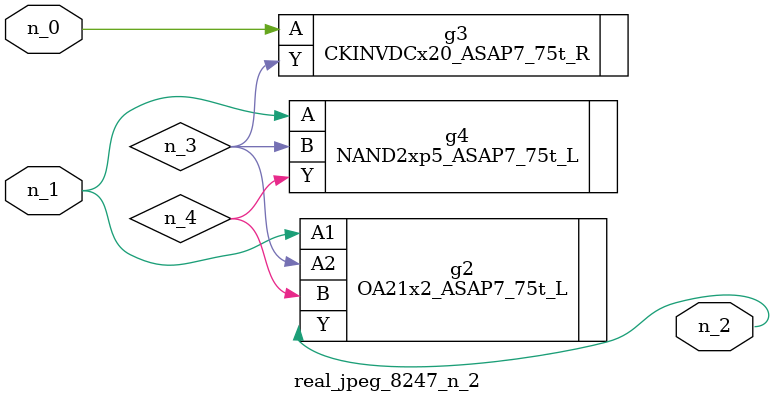
<source format=v>
module real_jpeg_8247_n_2 (n_1, n_0, n_2);

input n_1;
input n_0;

output n_2;

wire n_4;
wire n_3;

CKINVDCx20_ASAP7_75t_R g3 ( 
.A(n_0),
.Y(n_3)
);

OA21x2_ASAP7_75t_L g2 ( 
.A1(n_1),
.A2(n_3),
.B(n_4),
.Y(n_2)
);

NAND2xp5_ASAP7_75t_L g4 ( 
.A(n_1),
.B(n_3),
.Y(n_4)
);


endmodule
</source>
